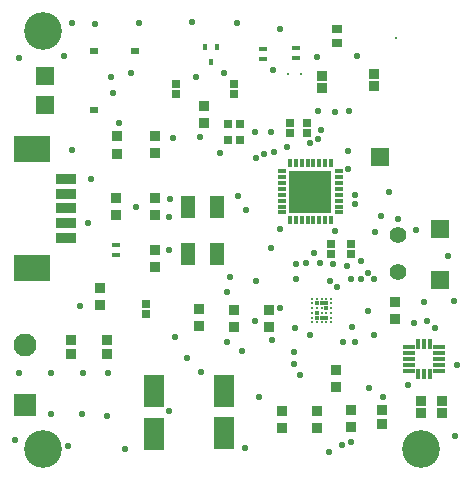
<source format=gbr>
%TF.GenerationSoftware,Altium Limited,Altium Designer,21.2.0 (30)*%
G04 Layer_Color=8388736*
%FSLAX45Y45*%
%MOMM*%
%TF.SameCoordinates,6E67B6D2-48A1-4C3A-8D5B-8FB38F647B41*%
%TF.FilePolarity,Negative*%
%TF.FileFunction,Soldermask,Top*%
%TF.Part,Single*%
G01*
G75*
%TA.AperFunction,SMDPad,CuDef*%
%ADD14R,0.90000X0.75000*%
%ADD16R,0.65000X0.35000*%
%ADD20R,0.91213X0.95814*%
%ADD23R,0.85822X0.90606*%
%TA.AperFunction,ViaPad*%
%ADD50C,0.30000*%
%TA.AperFunction,SMDPad,CuDef*%
%ADD56R,0.80000X0.60000*%
%ADD73R,0.65000X0.70000*%
%TA.AperFunction,ComponentPad*%
%ADD78R,1.60000X1.60000*%
%ADD79C,1.40000*%
%ADD81C,1.95000*%
%ADD82R,1.95000X1.95000*%
%TA.AperFunction,ViaPad*%
%ADD83C,0.56000*%
%TA.AperFunction,SMDPad,CuDef*%
%ADD84O,0.74000X0.39000*%
%ADD85O,0.39000X0.74000*%
%ADD86R,3.55000X3.55000*%
%ADD87R,0.82000X0.86000*%
%ADD88R,0.80000X0.70000*%
%ADD89R,0.45600X0.60800*%
%ADD90R,1.30000X1.90000*%
%TA.AperFunction,BGAPad,CuDef*%
%ADD91C,0.33000*%
%TA.AperFunction,ConnectorPad*%
%ADD92R,1.02500X0.40000*%
%ADD93R,0.40000X0.90000*%
%TA.AperFunction,SMDPad,CuDef*%
%ADD94R,1.70000X2.70000*%
%ADD95R,1.60000X1.60000*%
%TA.AperFunction,ConnectorPad*%
%ADD96R,1.70000X0.91000*%
%ADD97R,3.10000X2.20000*%
%TA.AperFunction,ViaPad*%
%ADD98C,3.20400*%
%ADD99C,0.40000*%
D14*
X2890610Y3665385D02*
D03*
Y3785385D02*
D03*
D16*
X2262960Y3617247D02*
D03*
Y3532247D02*
D03*
X2546236Y3536880D02*
D03*
Y3621880D02*
D03*
X1019378Y1865623D02*
D03*
Y1950623D02*
D03*
D20*
X1767500Y3132699D02*
D03*
Y2987301D02*
D03*
X1345000Y2732101D02*
D03*
Y2877500D02*
D03*
X1030748Y2874268D02*
D03*
Y2728869D02*
D03*
X1348515Y2205354D02*
D03*
Y2350753D02*
D03*
X1021232Y2206016D02*
D03*
Y2351415D02*
D03*
X1350454Y1915347D02*
D03*
Y1769949D02*
D03*
X880000Y1590199D02*
D03*
Y1444801D02*
D03*
X1720000Y1264801D02*
D03*
Y1410199D02*
D03*
X2015000Y1259801D02*
D03*
Y1405199D02*
D03*
X2317500Y1262101D02*
D03*
Y1407500D02*
D03*
X3380000Y1470199D02*
D03*
Y1324801D02*
D03*
X2880000Y748939D02*
D03*
Y894338D02*
D03*
X3005000Y557699D02*
D03*
Y412301D02*
D03*
X2717500Y552699D02*
D03*
Y407301D02*
D03*
X2425000Y550199D02*
D03*
Y404801D02*
D03*
D23*
X635000Y1147608D02*
D03*
Y1032392D02*
D03*
X942500Y1147608D02*
D03*
Y1032392D02*
D03*
X3275000Y555108D02*
D03*
Y439892D02*
D03*
D50*
X2665321Y2552555D02*
D03*
X2812821Y2405055D02*
D03*
X2517820D02*
D03*
X2665321Y2257555D02*
D03*
Y2405055D02*
D03*
X2583456Y3398959D02*
D03*
X2478456D02*
D03*
X3392602Y3703894D02*
D03*
D56*
X1182500Y3600000D02*
D03*
X832500Y3100000D02*
D03*
Y3600000D02*
D03*
D73*
X2014862Y3320927D02*
D03*
Y3235927D02*
D03*
X2635000Y2987500D02*
D03*
Y2902500D02*
D03*
X2490000D02*
D03*
Y2987500D02*
D03*
X1524221Y3321769D02*
D03*
Y3236769D02*
D03*
X1277083Y1368803D02*
D03*
Y1453803D02*
D03*
X2840000Y1960923D02*
D03*
Y1875923D02*
D03*
X3010000Y1963423D02*
D03*
Y1878423D02*
D03*
D78*
X3250000Y2700000D02*
D03*
X3760804Y2091631D02*
D03*
X3765607Y1655607D02*
D03*
D79*
X3407500Y2040000D02*
D03*
Y1730000D02*
D03*
D81*
X245851Y1107585D02*
D03*
D82*
Y599585D02*
D03*
D83*
X2409148Y2088629D02*
D03*
X2466375Y2782257D02*
D03*
X2120000Y2250000D02*
D03*
X2205000Y2690000D02*
D03*
X2660032Y2814968D02*
D03*
X2052500Y2372500D02*
D03*
X2360000Y2740000D02*
D03*
X2693497Y1890000D02*
D03*
X2870000Y3080000D02*
D03*
X2727500Y2855000D02*
D03*
X3092500Y1815000D02*
D03*
X3046081Y2376904D02*
D03*
X2329148Y1928629D02*
D03*
X2872500Y2075000D02*
D03*
X2270000Y2722521D02*
D03*
X2626897Y1798438D02*
D03*
X3039971Y2304531D02*
D03*
X2982500Y2600000D02*
D03*
X2750000Y1800166D02*
D03*
X2545000Y1795000D02*
D03*
X2887500Y1602500D02*
D03*
X2114857Y237000D02*
D03*
X2200000Y1310000D02*
D03*
X3890000Y340000D02*
D03*
X3490000Y770000D02*
D03*
X1470000Y550000D02*
D03*
X940000Y510000D02*
D03*
X610000Y250000D02*
D03*
X470000Y520000D02*
D03*
X3560000Y2080000D02*
D03*
X3830000Y1860000D02*
D03*
X3010000Y290000D02*
D03*
X2580000Y850000D02*
D03*
X1960000Y1560000D02*
D03*
Y1130000D02*
D03*
X1736254Y878788D02*
D03*
X2230000Y670000D02*
D03*
X730000Y520000D02*
D03*
X1091506Y227674D02*
D03*
X740000Y870000D02*
D03*
X160000Y300000D02*
D03*
X470000Y870000D02*
D03*
X200000D02*
D03*
X1660000Y3840000D02*
D03*
X200000Y3540000D02*
D03*
X650000Y3830000D02*
D03*
X2410000Y1420000D02*
D03*
X2532000Y1255242D02*
D03*
X2340000Y1150000D02*
D03*
X2977053Y1780447D02*
D03*
X3150000Y1720000D02*
D03*
X2829312Y1649500D02*
D03*
X2859377Y1790536D02*
D03*
X3205000Y1667500D02*
D03*
X1698605Y3380589D02*
D03*
X1216779Y3831041D02*
D03*
X1150000Y3410000D02*
D03*
X990000Y3240000D02*
D03*
X3910000Y940000D02*
D03*
X3883275Y1480000D02*
D03*
X2756273Y2928773D02*
D03*
X2990000Y3090000D02*
D03*
X2200000Y2910000D02*
D03*
X1930000Y3410000D02*
D03*
X2410000Y3780000D02*
D03*
X2720000Y3550000D02*
D03*
X3062788Y3558533D02*
D03*
X2730000Y3090000D02*
D03*
X1043506Y2983377D02*
D03*
X1730000Y2870000D02*
D03*
X1501676Y2863009D02*
D03*
X643463Y2760154D02*
D03*
X810000Y2510000D02*
D03*
X1470142Y2191662D02*
D03*
X1468911Y1909745D02*
D03*
X844321Y3825679D02*
D03*
X974961Y3373859D02*
D03*
X1980000Y1680000D02*
D03*
X1516929Y1172219D02*
D03*
X1190000Y2280000D02*
D03*
X780000Y2140000D02*
D03*
X710000Y1440000D02*
D03*
X2820000Y200714D02*
D03*
X947622Y868141D02*
D03*
X582500Y3555000D02*
D03*
X3149500Y1398000D02*
D03*
X2089308Y1059308D02*
D03*
X3276507Y665224D02*
D03*
X3630000Y1470000D02*
D03*
X3653302Y1307417D02*
D03*
X3541762Y1291760D02*
D03*
X3716507Y1255224D02*
D03*
X2330000Y2910000D02*
D03*
X3156840Y741838D02*
D03*
X2930000Y260000D02*
D03*
X1617622Y998140D02*
D03*
X2350000Y3440000D02*
D03*
X2040000Y3830000D02*
D03*
X2530000Y1050000D02*
D03*
Y950000D02*
D03*
X3040000Y1130000D02*
D03*
X2940000D02*
D03*
X3020000Y1260000D02*
D03*
X3202500Y1192500D02*
D03*
X2661115Y1190000D02*
D03*
X3210205Y2068204D02*
D03*
X3092500Y1670000D02*
D03*
X3010000Y1667500D02*
D03*
X2545000Y1670000D02*
D03*
X2202500Y1652500D02*
D03*
X1472500Y2347500D02*
D03*
X3262500Y2197500D02*
D03*
X3332500Y2405000D02*
D03*
X3405000Y2172500D02*
D03*
X1902500Y2730000D02*
D03*
X2979551Y2753157D02*
D03*
D84*
X2905320Y2580055D02*
D03*
Y2530055D02*
D03*
Y2480055D02*
D03*
Y2430055D02*
D03*
Y2380055D02*
D03*
Y2330056D02*
D03*
Y2280056D02*
D03*
Y2230056D02*
D03*
X2425321D02*
D03*
Y2280056D02*
D03*
Y2330056D02*
D03*
Y2380055D02*
D03*
Y2430055D02*
D03*
Y2480055D02*
D03*
Y2530055D02*
D03*
Y2580055D02*
D03*
D85*
X2840320Y2165056D02*
D03*
X2790320D02*
D03*
X2740320D02*
D03*
X2690321D02*
D03*
X2640321D02*
D03*
X2590321D02*
D03*
X2540321D02*
D03*
X2490321D02*
D03*
Y2645055D02*
D03*
X2540321D02*
D03*
X2590321D02*
D03*
X2640321D02*
D03*
X2690321D02*
D03*
X2740320D02*
D03*
X2790320D02*
D03*
X2840320D02*
D03*
D86*
X2665321Y2405055D02*
D03*
D87*
X2762500Y3384000D02*
D03*
Y3286000D02*
D03*
X3605000Y533500D02*
D03*
Y631500D02*
D03*
X3777500Y536000D02*
D03*
Y634000D02*
D03*
X3200000Y3399000D02*
D03*
Y3301000D02*
D03*
D88*
X1967500Y2842500D02*
D03*
Y2982500D02*
D03*
X2067500Y2842500D02*
D03*
Y2982500D02*
D03*
D89*
X1826022Y3502559D02*
D03*
X1776022Y3632059D02*
D03*
X1876022D02*
D03*
D90*
X1870000Y1877500D02*
D03*
Y2277500D02*
D03*
X1630000D02*
D03*
Y1877500D02*
D03*
D91*
X2839022Y1339909D02*
D03*
Y1379909D02*
D03*
Y1419909D02*
D03*
X2799022Y1299909D02*
D03*
Y1339909D02*
D03*
Y1379909D02*
D03*
Y1419909D02*
D03*
X2759022Y1299909D02*
D03*
Y1339909D02*
D03*
Y1379909D02*
D03*
Y1419909D02*
D03*
X2719022Y1299909D02*
D03*
Y1339909D02*
D03*
Y1379909D02*
D03*
Y1419909D02*
D03*
X2679022Y1299909D02*
D03*
Y1339909D02*
D03*
Y1379909D02*
D03*
Y1419909D02*
D03*
X2839022Y1459909D02*
D03*
X2799022D02*
D03*
X2759022D02*
D03*
X2719022D02*
D03*
X2679022D02*
D03*
X2839022Y1499909D02*
D03*
X2799022D02*
D03*
X2759022D02*
D03*
X2719022D02*
D03*
X2679022D02*
D03*
X2839022Y1299909D02*
D03*
D92*
X3495711Y890542D02*
D03*
Y1090542D02*
D03*
Y1040542D02*
D03*
Y940542D02*
D03*
Y990542D02*
D03*
X3753261Y890542D02*
D03*
Y1090542D02*
D03*
Y1040542D02*
D03*
Y940542D02*
D03*
Y990542D02*
D03*
D93*
X3574511Y1118042D02*
D03*
X3624511D02*
D03*
X3674511D02*
D03*
X3574511Y863042D02*
D03*
X3624511D02*
D03*
X3674511D02*
D03*
D94*
X1336506Y355734D02*
D03*
Y715733D02*
D03*
X1936652Y718787D02*
D03*
Y358788D02*
D03*
D95*
X415237Y3386105D02*
D03*
Y3136105D02*
D03*
D96*
X594291Y2013938D02*
D03*
Y2138938D02*
D03*
Y2388938D02*
D03*
Y2513938D02*
D03*
Y2263938D02*
D03*
D97*
X304291Y2768938D02*
D03*
Y1758938D02*
D03*
D98*
X3600000Y230000D02*
D03*
X400000Y3770000D02*
D03*
Y230000D02*
D03*
D99*
X2719022Y1379909D02*
D03*
X2759022Y1339909D02*
D03*
X2719022Y1459909D02*
D03*
X2799022D02*
D03*
X2759022D02*
D03*
X2799022Y1419909D02*
D03*
Y1339909D02*
D03*
X2719022D02*
D03*
%TF.MD5,0c4488be4dd6a2d598c9767e33da3170*%
M02*

</source>
